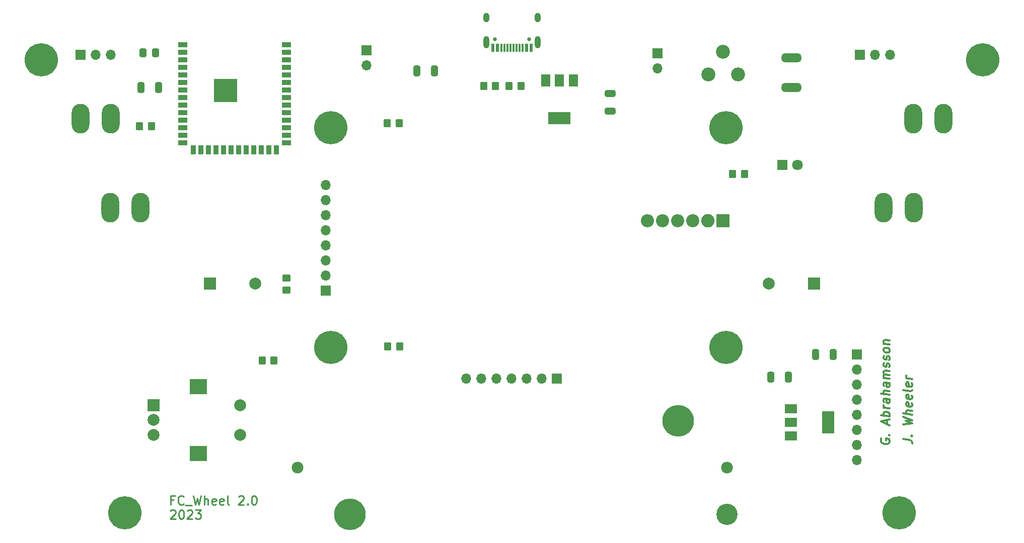
<source format=gbr>
%TF.GenerationSoftware,KiCad,Pcbnew,7.0.7*%
%TF.CreationDate,2023-11-05T16:04:25+01:00*%
%TF.ProjectId,FC_Wheel_PCB-2.0,46435f57-6865-4656-9c5f-5043422d322e,rev?*%
%TF.SameCoordinates,Original*%
%TF.FileFunction,Soldermask,Top*%
%TF.FilePolarity,Negative*%
%FSLAX46Y46*%
G04 Gerber Fmt 4.6, Leading zero omitted, Abs format (unit mm)*
G04 Created by KiCad (PCBNEW 7.0.7) date 2023-11-05 16:04:25*
%MOMM*%
%LPD*%
G01*
G04 APERTURE LIST*
G04 Aperture macros list*
%AMRoundRect*
0 Rectangle with rounded corners*
0 $1 Rounding radius*
0 $2 $3 $4 $5 $6 $7 $8 $9 X,Y pos of 4 corners*
0 Add a 4 corners polygon primitive as box body*
4,1,4,$2,$3,$4,$5,$6,$7,$8,$9,$2,$3,0*
0 Add four circle primitives for the rounded corners*
1,1,$1+$1,$2,$3*
1,1,$1+$1,$4,$5*
1,1,$1+$1,$6,$7*
1,1,$1+$1,$8,$9*
0 Add four rect primitives between the rounded corners*
20,1,$1+$1,$2,$3,$4,$5,0*
20,1,$1+$1,$4,$5,$6,$7,0*
20,1,$1+$1,$6,$7,$8,$9,0*
20,1,$1+$1,$8,$9,$2,$3,0*%
G04 Aperture macros list end*
%ADD10C,0.300000*%
%ADD11C,0.250000*%
%ADD12R,1.500000X0.900000*%
%ADD13R,0.900000X1.500000*%
%ADD14C,0.600000*%
%ADD15R,3.900000X3.900000*%
%ADD16R,2.200000X2.200000*%
%ADD17C,2.250000*%
%ADD18C,2.200000*%
%ADD19O,2.200000X2.200000*%
%ADD20C,2.340000*%
%ADD21R,2.000000X2.000000*%
%ADD22C,2.000000*%
%ADD23RoundRect,0.250000X-0.325000X-0.650000X0.325000X-0.650000X0.325000X0.650000X-0.325000X0.650000X0*%
%ADD24R,1.700000X1.700000*%
%ADD25O,1.700000X1.700000*%
%ADD26C,5.600000*%
%ADD27RoundRect,0.250000X-0.350000X-0.450000X0.350000X-0.450000X0.350000X0.450000X-0.350000X0.450000X0*%
%ADD28O,3.000000X5.000000*%
%ADD29C,0.650000*%
%ADD30R,0.600000X1.450000*%
%ADD31R,0.300000X1.450000*%
%ADD32O,1.000000X2.100000*%
%ADD33O,1.000000X1.600000*%
%ADD34RoundRect,0.250000X-0.650000X0.325000X-0.650000X-0.325000X0.650000X-0.325000X0.650000X0.325000X0*%
%ADD35C,1.980000*%
%ADD36C,5.325000*%
%ADD37C,3.585000*%
%ADD38R,1.500000X2.000000*%
%ADD39R,3.800000X2.000000*%
%ADD40RoundRect,0.250000X-0.337500X-0.475000X0.337500X-0.475000X0.337500X0.475000X-0.337500X0.475000X0*%
%ADD41O,3.500000X1.500000*%
%ADD42R,3.000000X2.500000*%
%ADD43R,1.800000X1.800000*%
%ADD44C,1.800000*%
%ADD45R,2.000000X1.500000*%
%ADD46R,2.000000X3.800000*%
%ADD47RoundRect,0.250000X0.350000X0.450000X-0.350000X0.450000X-0.350000X-0.450000X0.350000X-0.450000X0*%
%ADD48RoundRect,0.250000X-0.450000X0.350000X-0.450000X-0.350000X0.450000X-0.350000X0.450000X0.350000X0*%
%ADD49RoundRect,0.250000X0.325000X0.650000X-0.325000X0.650000X-0.325000X-0.650000X0.325000X-0.650000X0*%
G04 APERTURE END LIST*
D10*
X281678328Y-178588346D02*
X282749757Y-178722274D01*
X282749757Y-178722274D02*
X282964042Y-178820489D01*
X282964042Y-178820489D02*
X283106900Y-178981203D01*
X283106900Y-178981203D02*
X283178328Y-179204417D01*
X283178328Y-179204417D02*
X283178328Y-179347274D01*
X283035471Y-178043703D02*
X283106900Y-177981203D01*
X283106900Y-177981203D02*
X283178328Y-178061560D01*
X283178328Y-178061560D02*
X283106900Y-178124060D01*
X283106900Y-178124060D02*
X283035471Y-178043703D01*
X283035471Y-178043703D02*
X283178328Y-178061560D01*
X281678328Y-176159774D02*
X283178328Y-175990132D01*
X283178328Y-175990132D02*
X282106900Y-175570489D01*
X282106900Y-175570489D02*
X283178328Y-175418703D01*
X283178328Y-175418703D02*
X281678328Y-174874060D01*
X283178328Y-174490131D02*
X281678328Y-174302631D01*
X283178328Y-173847274D02*
X282392614Y-173749060D01*
X282392614Y-173749060D02*
X282249757Y-173802631D01*
X282249757Y-173802631D02*
X282178328Y-173936560D01*
X282178328Y-173936560D02*
X282178328Y-174150846D01*
X282178328Y-174150846D02*
X282249757Y-174302631D01*
X282249757Y-174302631D02*
X282321185Y-174382988D01*
X283106900Y-172552631D02*
X283178328Y-172704417D01*
X283178328Y-172704417D02*
X283178328Y-172990131D01*
X283178328Y-172990131D02*
X283106900Y-173124060D01*
X283106900Y-173124060D02*
X282964042Y-173177631D01*
X282964042Y-173177631D02*
X282392614Y-173106203D01*
X282392614Y-173106203D02*
X282249757Y-173016917D01*
X282249757Y-173016917D02*
X282178328Y-172865131D01*
X282178328Y-172865131D02*
X282178328Y-172579417D01*
X282178328Y-172579417D02*
X282249757Y-172445488D01*
X282249757Y-172445488D02*
X282392614Y-172391917D01*
X282392614Y-172391917D02*
X282535471Y-172409774D01*
X282535471Y-172409774D02*
X282678328Y-173141917D01*
X283106900Y-171266917D02*
X283178328Y-171418703D01*
X283178328Y-171418703D02*
X283178328Y-171704417D01*
X283178328Y-171704417D02*
X283106900Y-171838346D01*
X283106900Y-171838346D02*
X282964042Y-171891917D01*
X282964042Y-171891917D02*
X282392614Y-171820489D01*
X282392614Y-171820489D02*
X282249757Y-171731203D01*
X282249757Y-171731203D02*
X282178328Y-171579417D01*
X282178328Y-171579417D02*
X282178328Y-171293703D01*
X282178328Y-171293703D02*
X282249757Y-171159774D01*
X282249757Y-171159774D02*
X282392614Y-171106203D01*
X282392614Y-171106203D02*
X282535471Y-171124060D01*
X282535471Y-171124060D02*
X282678328Y-171856203D01*
X283178328Y-170347275D02*
X283106900Y-170481203D01*
X283106900Y-170481203D02*
X282964042Y-170534775D01*
X282964042Y-170534775D02*
X281678328Y-170374060D01*
X283106900Y-169195489D02*
X283178328Y-169347275D01*
X283178328Y-169347275D02*
X283178328Y-169632989D01*
X283178328Y-169632989D02*
X283106900Y-169766918D01*
X283106900Y-169766918D02*
X282964042Y-169820489D01*
X282964042Y-169820489D02*
X282392614Y-169749061D01*
X282392614Y-169749061D02*
X282249757Y-169659775D01*
X282249757Y-169659775D02*
X282178328Y-169507989D01*
X282178328Y-169507989D02*
X282178328Y-169222275D01*
X282178328Y-169222275D02*
X282249757Y-169088346D01*
X282249757Y-169088346D02*
X282392614Y-169034775D01*
X282392614Y-169034775D02*
X282535471Y-169052632D01*
X282535471Y-169052632D02*
X282678328Y-169784775D01*
X283178328Y-168490132D02*
X282178328Y-168365132D01*
X282464042Y-168400847D02*
X282321185Y-168311561D01*
X282321185Y-168311561D02*
X282249757Y-168231204D01*
X282249757Y-168231204D02*
X282178328Y-168079418D01*
X282178328Y-168079418D02*
X282178328Y-167936561D01*
X277999757Y-178490132D02*
X277928328Y-178624060D01*
X277928328Y-178624060D02*
X277928328Y-178838346D01*
X277928328Y-178838346D02*
X277999757Y-179061560D01*
X277999757Y-179061560D02*
X278142614Y-179222274D01*
X278142614Y-179222274D02*
X278285471Y-179311560D01*
X278285471Y-179311560D02*
X278571185Y-179418703D01*
X278571185Y-179418703D02*
X278785471Y-179445489D01*
X278785471Y-179445489D02*
X279071185Y-179409774D01*
X279071185Y-179409774D02*
X279214042Y-179356203D01*
X279214042Y-179356203D02*
X279356900Y-179231203D01*
X279356900Y-179231203D02*
X279428328Y-179025846D01*
X279428328Y-179025846D02*
X279428328Y-178882989D01*
X279428328Y-178882989D02*
X279356900Y-178659774D01*
X279356900Y-178659774D02*
X279285471Y-178579417D01*
X279285471Y-178579417D02*
X278785471Y-178516917D01*
X278785471Y-178516917D02*
X278785471Y-178802632D01*
X279285471Y-177936560D02*
X279356900Y-177874060D01*
X279356900Y-177874060D02*
X279428328Y-177954417D01*
X279428328Y-177954417D02*
X279356900Y-178016917D01*
X279356900Y-178016917D02*
X279285471Y-177936560D01*
X279285471Y-177936560D02*
X279428328Y-177954417D01*
X278999757Y-176115131D02*
X278999757Y-175400846D01*
X279428328Y-176311560D02*
X277928328Y-175624060D01*
X277928328Y-175624060D02*
X279428328Y-175311560D01*
X279428328Y-174811560D02*
X277928328Y-174624060D01*
X278499757Y-174695489D02*
X278428328Y-174543703D01*
X278428328Y-174543703D02*
X278428328Y-174257989D01*
X278428328Y-174257989D02*
X278499757Y-174124060D01*
X278499757Y-174124060D02*
X278571185Y-174061560D01*
X278571185Y-174061560D02*
X278714042Y-174007989D01*
X278714042Y-174007989D02*
X279142614Y-174061560D01*
X279142614Y-174061560D02*
X279285471Y-174150846D01*
X279285471Y-174150846D02*
X279356900Y-174231203D01*
X279356900Y-174231203D02*
X279428328Y-174382989D01*
X279428328Y-174382989D02*
X279428328Y-174668703D01*
X279428328Y-174668703D02*
X279356900Y-174802632D01*
X279428328Y-173454417D02*
X278428328Y-173329417D01*
X278714042Y-173365132D02*
X278571185Y-173275846D01*
X278571185Y-173275846D02*
X278499757Y-173195489D01*
X278499757Y-173195489D02*
X278428328Y-173043703D01*
X278428328Y-173043703D02*
X278428328Y-172900846D01*
X279428328Y-171882989D02*
X278642614Y-171784775D01*
X278642614Y-171784775D02*
X278499757Y-171838346D01*
X278499757Y-171838346D02*
X278428328Y-171972275D01*
X278428328Y-171972275D02*
X278428328Y-172257989D01*
X278428328Y-172257989D02*
X278499757Y-172409775D01*
X279356900Y-171874061D02*
X279428328Y-172025846D01*
X279428328Y-172025846D02*
X279428328Y-172382989D01*
X279428328Y-172382989D02*
X279356900Y-172516918D01*
X279356900Y-172516918D02*
X279214042Y-172570489D01*
X279214042Y-172570489D02*
X279071185Y-172552632D01*
X279071185Y-172552632D02*
X278928328Y-172463346D01*
X278928328Y-172463346D02*
X278856900Y-172311561D01*
X278856900Y-172311561D02*
X278856900Y-171954418D01*
X278856900Y-171954418D02*
X278785471Y-171802632D01*
X279428328Y-171168703D02*
X277928328Y-170981203D01*
X279428328Y-170525846D02*
X278642614Y-170427632D01*
X278642614Y-170427632D02*
X278499757Y-170481203D01*
X278499757Y-170481203D02*
X278428328Y-170615132D01*
X278428328Y-170615132D02*
X278428328Y-170829418D01*
X278428328Y-170829418D02*
X278499757Y-170981203D01*
X278499757Y-170981203D02*
X278571185Y-171061560D01*
X279428328Y-169168703D02*
X278642614Y-169070489D01*
X278642614Y-169070489D02*
X278499757Y-169124060D01*
X278499757Y-169124060D02*
X278428328Y-169257989D01*
X278428328Y-169257989D02*
X278428328Y-169543703D01*
X278428328Y-169543703D02*
X278499757Y-169695489D01*
X279356900Y-169159775D02*
X279428328Y-169311560D01*
X279428328Y-169311560D02*
X279428328Y-169668703D01*
X279428328Y-169668703D02*
X279356900Y-169802632D01*
X279356900Y-169802632D02*
X279214042Y-169856203D01*
X279214042Y-169856203D02*
X279071185Y-169838346D01*
X279071185Y-169838346D02*
X278928328Y-169749060D01*
X278928328Y-169749060D02*
X278856900Y-169597275D01*
X278856900Y-169597275D02*
X278856900Y-169240132D01*
X278856900Y-169240132D02*
X278785471Y-169088346D01*
X279428328Y-168454417D02*
X278428328Y-168329417D01*
X278571185Y-168347274D02*
X278499757Y-168266917D01*
X278499757Y-168266917D02*
X278428328Y-168115132D01*
X278428328Y-168115132D02*
X278428328Y-167900846D01*
X278428328Y-167900846D02*
X278499757Y-167766917D01*
X278499757Y-167766917D02*
X278642614Y-167713346D01*
X278642614Y-167713346D02*
X279428328Y-167811560D01*
X278642614Y-167713346D02*
X278499757Y-167624060D01*
X278499757Y-167624060D02*
X278428328Y-167472274D01*
X278428328Y-167472274D02*
X278428328Y-167257989D01*
X278428328Y-167257989D02*
X278499757Y-167124060D01*
X278499757Y-167124060D02*
X278642614Y-167070489D01*
X278642614Y-167070489D02*
X279428328Y-167168703D01*
X279356900Y-166516917D02*
X279428328Y-166382989D01*
X279428328Y-166382989D02*
X279428328Y-166097274D01*
X279428328Y-166097274D02*
X279356900Y-165945489D01*
X279356900Y-165945489D02*
X279214042Y-165856203D01*
X279214042Y-165856203D02*
X279142614Y-165847274D01*
X279142614Y-165847274D02*
X278999757Y-165900846D01*
X278999757Y-165900846D02*
X278928328Y-166034774D01*
X278928328Y-166034774D02*
X278928328Y-166249060D01*
X278928328Y-166249060D02*
X278856900Y-166382989D01*
X278856900Y-166382989D02*
X278714042Y-166436560D01*
X278714042Y-166436560D02*
X278642614Y-166427632D01*
X278642614Y-166427632D02*
X278499757Y-166338346D01*
X278499757Y-166338346D02*
X278428328Y-166186560D01*
X278428328Y-166186560D02*
X278428328Y-165972274D01*
X278428328Y-165972274D02*
X278499757Y-165838346D01*
X279356900Y-165302631D02*
X279428328Y-165168703D01*
X279428328Y-165168703D02*
X279428328Y-164882988D01*
X279428328Y-164882988D02*
X279356900Y-164731203D01*
X279356900Y-164731203D02*
X279214042Y-164641917D01*
X279214042Y-164641917D02*
X279142614Y-164632988D01*
X279142614Y-164632988D02*
X278999757Y-164686560D01*
X278999757Y-164686560D02*
X278928328Y-164820488D01*
X278928328Y-164820488D02*
X278928328Y-165034774D01*
X278928328Y-165034774D02*
X278856900Y-165168703D01*
X278856900Y-165168703D02*
X278714042Y-165222274D01*
X278714042Y-165222274D02*
X278642614Y-165213346D01*
X278642614Y-165213346D02*
X278499757Y-165124060D01*
X278499757Y-165124060D02*
X278428328Y-164972274D01*
X278428328Y-164972274D02*
X278428328Y-164757988D01*
X278428328Y-164757988D02*
X278499757Y-164624060D01*
X279428328Y-163811560D02*
X279356900Y-163945488D01*
X279356900Y-163945488D02*
X279285471Y-164007988D01*
X279285471Y-164007988D02*
X279142614Y-164061560D01*
X279142614Y-164061560D02*
X278714042Y-164007988D01*
X278714042Y-164007988D02*
X278571185Y-163918702D01*
X278571185Y-163918702D02*
X278499757Y-163838345D01*
X278499757Y-163838345D02*
X278428328Y-163686560D01*
X278428328Y-163686560D02*
X278428328Y-163472274D01*
X278428328Y-163472274D02*
X278499757Y-163338345D01*
X278499757Y-163338345D02*
X278571185Y-163275845D01*
X278571185Y-163275845D02*
X278714042Y-163222274D01*
X278714042Y-163222274D02*
X279142614Y-163275845D01*
X279142614Y-163275845D02*
X279285471Y-163365131D01*
X279285471Y-163365131D02*
X279356900Y-163445488D01*
X279356900Y-163445488D02*
X279428328Y-163597274D01*
X279428328Y-163597274D02*
X279428328Y-163811560D01*
X278428328Y-162543702D02*
X279428328Y-162668702D01*
X278571185Y-162561559D02*
X278499757Y-162481202D01*
X278499757Y-162481202D02*
X278428328Y-162329417D01*
X278428328Y-162329417D02*
X278428328Y-162115131D01*
X278428328Y-162115131D02*
X278499757Y-161981202D01*
X278499757Y-161981202D02*
X278642614Y-161927631D01*
X278642614Y-161927631D02*
X279428328Y-162025845D01*
D11*
X159021615Y-188852714D02*
X158521615Y-188852714D01*
X158521615Y-189638428D02*
X158521615Y-188138428D01*
X158521615Y-188138428D02*
X159235901Y-188138428D01*
X160664472Y-189495571D02*
X160593044Y-189567000D01*
X160593044Y-189567000D02*
X160378758Y-189638428D01*
X160378758Y-189638428D02*
X160235901Y-189638428D01*
X160235901Y-189638428D02*
X160021615Y-189567000D01*
X160021615Y-189567000D02*
X159878758Y-189424142D01*
X159878758Y-189424142D02*
X159807329Y-189281285D01*
X159807329Y-189281285D02*
X159735901Y-188995571D01*
X159735901Y-188995571D02*
X159735901Y-188781285D01*
X159735901Y-188781285D02*
X159807329Y-188495571D01*
X159807329Y-188495571D02*
X159878758Y-188352714D01*
X159878758Y-188352714D02*
X160021615Y-188209857D01*
X160021615Y-188209857D02*
X160235901Y-188138428D01*
X160235901Y-188138428D02*
X160378758Y-188138428D01*
X160378758Y-188138428D02*
X160593044Y-188209857D01*
X160593044Y-188209857D02*
X160664472Y-188281285D01*
X160950187Y-189781285D02*
X162093044Y-189781285D01*
X162307329Y-188138428D02*
X162664472Y-189638428D01*
X162664472Y-189638428D02*
X162950186Y-188567000D01*
X162950186Y-188567000D02*
X163235901Y-189638428D01*
X163235901Y-189638428D02*
X163593044Y-188138428D01*
X164164472Y-189638428D02*
X164164472Y-188138428D01*
X164807330Y-189638428D02*
X164807330Y-188852714D01*
X164807330Y-188852714D02*
X164735901Y-188709857D01*
X164735901Y-188709857D02*
X164593044Y-188638428D01*
X164593044Y-188638428D02*
X164378758Y-188638428D01*
X164378758Y-188638428D02*
X164235901Y-188709857D01*
X164235901Y-188709857D02*
X164164472Y-188781285D01*
X166093044Y-189567000D02*
X165950187Y-189638428D01*
X165950187Y-189638428D02*
X165664473Y-189638428D01*
X165664473Y-189638428D02*
X165521615Y-189567000D01*
X165521615Y-189567000D02*
X165450187Y-189424142D01*
X165450187Y-189424142D02*
X165450187Y-188852714D01*
X165450187Y-188852714D02*
X165521615Y-188709857D01*
X165521615Y-188709857D02*
X165664473Y-188638428D01*
X165664473Y-188638428D02*
X165950187Y-188638428D01*
X165950187Y-188638428D02*
X166093044Y-188709857D01*
X166093044Y-188709857D02*
X166164473Y-188852714D01*
X166164473Y-188852714D02*
X166164473Y-188995571D01*
X166164473Y-188995571D02*
X165450187Y-189138428D01*
X167378758Y-189567000D02*
X167235901Y-189638428D01*
X167235901Y-189638428D02*
X166950187Y-189638428D01*
X166950187Y-189638428D02*
X166807329Y-189567000D01*
X166807329Y-189567000D02*
X166735901Y-189424142D01*
X166735901Y-189424142D02*
X166735901Y-188852714D01*
X166735901Y-188852714D02*
X166807329Y-188709857D01*
X166807329Y-188709857D02*
X166950187Y-188638428D01*
X166950187Y-188638428D02*
X167235901Y-188638428D01*
X167235901Y-188638428D02*
X167378758Y-188709857D01*
X167378758Y-188709857D02*
X167450187Y-188852714D01*
X167450187Y-188852714D02*
X167450187Y-188995571D01*
X167450187Y-188995571D02*
X166735901Y-189138428D01*
X168307329Y-189638428D02*
X168164472Y-189567000D01*
X168164472Y-189567000D02*
X168093043Y-189424142D01*
X168093043Y-189424142D02*
X168093043Y-188138428D01*
X169950186Y-188281285D02*
X170021614Y-188209857D01*
X170021614Y-188209857D02*
X170164472Y-188138428D01*
X170164472Y-188138428D02*
X170521614Y-188138428D01*
X170521614Y-188138428D02*
X170664472Y-188209857D01*
X170664472Y-188209857D02*
X170735900Y-188281285D01*
X170735900Y-188281285D02*
X170807329Y-188424142D01*
X170807329Y-188424142D02*
X170807329Y-188567000D01*
X170807329Y-188567000D02*
X170735900Y-188781285D01*
X170735900Y-188781285D02*
X169878757Y-189638428D01*
X169878757Y-189638428D02*
X170807329Y-189638428D01*
X171450185Y-189495571D02*
X171521614Y-189567000D01*
X171521614Y-189567000D02*
X171450185Y-189638428D01*
X171450185Y-189638428D02*
X171378757Y-189567000D01*
X171378757Y-189567000D02*
X171450185Y-189495571D01*
X171450185Y-189495571D02*
X171450185Y-189638428D01*
X172450186Y-188138428D02*
X172593043Y-188138428D01*
X172593043Y-188138428D02*
X172735900Y-188209857D01*
X172735900Y-188209857D02*
X172807329Y-188281285D01*
X172807329Y-188281285D02*
X172878757Y-188424142D01*
X172878757Y-188424142D02*
X172950186Y-188709857D01*
X172950186Y-188709857D02*
X172950186Y-189067000D01*
X172950186Y-189067000D02*
X172878757Y-189352714D01*
X172878757Y-189352714D02*
X172807329Y-189495571D01*
X172807329Y-189495571D02*
X172735900Y-189567000D01*
X172735900Y-189567000D02*
X172593043Y-189638428D01*
X172593043Y-189638428D02*
X172450186Y-189638428D01*
X172450186Y-189638428D02*
X172307329Y-189567000D01*
X172307329Y-189567000D02*
X172235900Y-189495571D01*
X172235900Y-189495571D02*
X172164471Y-189352714D01*
X172164471Y-189352714D02*
X172093043Y-189067000D01*
X172093043Y-189067000D02*
X172093043Y-188709857D01*
X172093043Y-188709857D02*
X172164471Y-188424142D01*
X172164471Y-188424142D02*
X172235900Y-188281285D01*
X172235900Y-188281285D02*
X172307329Y-188209857D01*
X172307329Y-188209857D02*
X172450186Y-188138428D01*
X158450187Y-190696285D02*
X158521615Y-190624857D01*
X158521615Y-190624857D02*
X158664473Y-190553428D01*
X158664473Y-190553428D02*
X159021615Y-190553428D01*
X159021615Y-190553428D02*
X159164473Y-190624857D01*
X159164473Y-190624857D02*
X159235901Y-190696285D01*
X159235901Y-190696285D02*
X159307330Y-190839142D01*
X159307330Y-190839142D02*
X159307330Y-190982000D01*
X159307330Y-190982000D02*
X159235901Y-191196285D01*
X159235901Y-191196285D02*
X158378758Y-192053428D01*
X158378758Y-192053428D02*
X159307330Y-192053428D01*
X160235901Y-190553428D02*
X160378758Y-190553428D01*
X160378758Y-190553428D02*
X160521615Y-190624857D01*
X160521615Y-190624857D02*
X160593044Y-190696285D01*
X160593044Y-190696285D02*
X160664472Y-190839142D01*
X160664472Y-190839142D02*
X160735901Y-191124857D01*
X160735901Y-191124857D02*
X160735901Y-191482000D01*
X160735901Y-191482000D02*
X160664472Y-191767714D01*
X160664472Y-191767714D02*
X160593044Y-191910571D01*
X160593044Y-191910571D02*
X160521615Y-191982000D01*
X160521615Y-191982000D02*
X160378758Y-192053428D01*
X160378758Y-192053428D02*
X160235901Y-192053428D01*
X160235901Y-192053428D02*
X160093044Y-191982000D01*
X160093044Y-191982000D02*
X160021615Y-191910571D01*
X160021615Y-191910571D02*
X159950186Y-191767714D01*
X159950186Y-191767714D02*
X159878758Y-191482000D01*
X159878758Y-191482000D02*
X159878758Y-191124857D01*
X159878758Y-191124857D02*
X159950186Y-190839142D01*
X159950186Y-190839142D02*
X160021615Y-190696285D01*
X160021615Y-190696285D02*
X160093044Y-190624857D01*
X160093044Y-190624857D02*
X160235901Y-190553428D01*
X161307329Y-190696285D02*
X161378757Y-190624857D01*
X161378757Y-190624857D02*
X161521615Y-190553428D01*
X161521615Y-190553428D02*
X161878757Y-190553428D01*
X161878757Y-190553428D02*
X162021615Y-190624857D01*
X162021615Y-190624857D02*
X162093043Y-190696285D01*
X162093043Y-190696285D02*
X162164472Y-190839142D01*
X162164472Y-190839142D02*
X162164472Y-190982000D01*
X162164472Y-190982000D02*
X162093043Y-191196285D01*
X162093043Y-191196285D02*
X161235900Y-192053428D01*
X161235900Y-192053428D02*
X162164472Y-192053428D01*
X162664471Y-190553428D02*
X163593043Y-190553428D01*
X163593043Y-190553428D02*
X163093043Y-191124857D01*
X163093043Y-191124857D02*
X163307328Y-191124857D01*
X163307328Y-191124857D02*
X163450186Y-191196285D01*
X163450186Y-191196285D02*
X163521614Y-191267714D01*
X163521614Y-191267714D02*
X163593043Y-191410571D01*
X163593043Y-191410571D02*
X163593043Y-191767714D01*
X163593043Y-191767714D02*
X163521614Y-191910571D01*
X163521614Y-191910571D02*
X163450186Y-191982000D01*
X163450186Y-191982000D02*
X163307328Y-192053428D01*
X163307328Y-192053428D02*
X162878757Y-192053428D01*
X162878757Y-192053428D02*
X162735900Y-191982000D01*
X162735900Y-191982000D02*
X162664471Y-191910571D01*
D12*
%TO.C,U2*%
X160514000Y-112168000D03*
X160514000Y-113438000D03*
X160514000Y-114708000D03*
X160514000Y-115978000D03*
X160514000Y-117248000D03*
X160514000Y-118518000D03*
X160514000Y-119788000D03*
X160514000Y-121058000D03*
X160514000Y-122328000D03*
X160514000Y-123598000D03*
X160514000Y-124868000D03*
X160514000Y-126138000D03*
X160514000Y-127408000D03*
X160514000Y-128678000D03*
D13*
X162279000Y-129928000D03*
X163549000Y-129928000D03*
X164819000Y-129928000D03*
X166089000Y-129928000D03*
X167359000Y-129928000D03*
X168629000Y-129928000D03*
X169899000Y-129928000D03*
X171169000Y-129928000D03*
X172439000Y-129928000D03*
X173709000Y-129928000D03*
X174979000Y-129928000D03*
X176249000Y-129928000D03*
D12*
X178014000Y-128678000D03*
X178014000Y-127408000D03*
X178014000Y-126138000D03*
X178014000Y-124868000D03*
X178014000Y-123598000D03*
X178014000Y-122328000D03*
X178014000Y-121058000D03*
X178014000Y-119788000D03*
X178014000Y-118518000D03*
X178014000Y-117248000D03*
X178014000Y-115978000D03*
X178014000Y-114708000D03*
X178014000Y-113438000D03*
X178014000Y-112168000D03*
D14*
X166364000Y-119188000D03*
X166364000Y-120588000D03*
X167064000Y-118488000D03*
X167064000Y-119888000D03*
X167064000Y-121288000D03*
X167764000Y-119188000D03*
D15*
X167764000Y-119888000D03*
D14*
X167764000Y-120588000D03*
X168464000Y-118488000D03*
X168464000Y-119888000D03*
X168464000Y-121288000D03*
X169164000Y-119188000D03*
X169164000Y-120588000D03*
%TD*%
D16*
%TO.C,J7*%
X251404306Y-141836172D03*
D17*
X248864306Y-141836172D03*
D18*
X246324306Y-141836172D03*
D19*
X243784306Y-141836172D03*
X241244306Y-141836172D03*
X238704306Y-141836172D03*
%TD*%
D20*
%TO.C,Volume1*%
X248900000Y-117200000D03*
X251400000Y-113400000D03*
X253900000Y-117200000D03*
%TD*%
D21*
%TO.C,BZ1*%
X165100000Y-152400000D03*
D22*
X172700000Y-152400000D03*
%TD*%
D23*
%TO.C,C7*%
X259450000Y-168150000D03*
X262400000Y-168150000D03*
%TD*%
%TO.C,C2*%
X153514000Y-119380000D03*
X156464000Y-119380000D03*
%TD*%
D24*
%TO.C,PADDLE2*%
X191400000Y-113125000D03*
D25*
X191400000Y-115665000D03*
%TD*%
D26*
%TO.C,REF\u002A\u002A*%
X295100000Y-114730000D03*
%TD*%
D27*
%TO.C,R12*%
X211150000Y-119150000D03*
X213150000Y-119150000D03*
%TD*%
D28*
%TO.C,BTN1*%
X148465581Y-124663941D03*
X143385581Y-124663941D03*
%TD*%
%TO.C,BTN3*%
X283371152Y-124663081D03*
X288451152Y-124663081D03*
%TD*%
D21*
%TO.C,BZ2*%
X266700000Y-152400000D03*
D22*
X259100000Y-152400000D03*
%TD*%
D29*
%TO.C,J1*%
X218790000Y-111250000D03*
X213010000Y-111250000D03*
D30*
X219150000Y-112695000D03*
X218350000Y-112695000D03*
D31*
X217150000Y-112695000D03*
X216150000Y-112695000D03*
X215650000Y-112695000D03*
X214650000Y-112695000D03*
D30*
X213450000Y-112695000D03*
X212650000Y-112695000D03*
X212650000Y-112695000D03*
X213450000Y-112695000D03*
D31*
X214150000Y-112695000D03*
X215150000Y-112695000D03*
X216650000Y-112695000D03*
X217650000Y-112695000D03*
D30*
X218350000Y-112695000D03*
X219150000Y-112695000D03*
D32*
X220220000Y-111780000D03*
D33*
X220220000Y-107600000D03*
D32*
X211580000Y-111780000D03*
D33*
X211580000Y-107600000D03*
%TD*%
D26*
%TO.C,REF\u002A\u002A*%
X251900000Y-126150000D03*
%TD*%
D28*
%TO.C,BTN4*%
X278369449Y-139664752D03*
X283449449Y-139664752D03*
%TD*%
D24*
%TO.C,J2*%
X184600000Y-153580000D03*
D25*
X184600000Y-151040000D03*
X184600000Y-148500000D03*
X184600000Y-145960000D03*
X184600000Y-143420000D03*
X184600000Y-140880000D03*
X184600000Y-138340000D03*
X184600000Y-135800000D03*
%TD*%
D34*
%TO.C,C9*%
X232400000Y-120400000D03*
X232400000Y-123350000D03*
%TD*%
D35*
%TO.C,BT1*%
X252020000Y-183400000D03*
X179800000Y-183400000D03*
D36*
X188620000Y-191270000D03*
D37*
X252020000Y-191270000D03*
D36*
X243820000Y-175530000D03*
%TD*%
D27*
%TO.C,R1*%
X173900000Y-165400000D03*
X175900000Y-165400000D03*
%TD*%
%TO.C,R_bat1*%
X195000000Y-163000000D03*
X197000000Y-163000000D03*
%TD*%
D38*
%TO.C,U6*%
X226200000Y-118250000D03*
X223900000Y-118250000D03*
D39*
X223900000Y-124550000D03*
D38*
X221600000Y-118250000D03*
%TD*%
D27*
%TO.C,R9*%
X253000000Y-134000000D03*
X255000000Y-134000000D03*
%TD*%
D23*
%TO.C,C6*%
X266950000Y-164400000D03*
X269900000Y-164400000D03*
%TD*%
D28*
%TO.C,BTN2*%
X148370544Y-139661928D03*
X153450544Y-139661928D03*
%TD*%
D40*
%TO.C,C8*%
X153881000Y-113538000D03*
X155956000Y-113538000D03*
%TD*%
D26*
%TO.C,REF\u002A\u002A*%
X185400000Y-163150000D03*
%TD*%
D41*
%TO.C,SW3*%
X262900000Y-114400000D03*
X262900000Y-119400000D03*
%TD*%
D24*
%TO.C,PADDLE1*%
X240400000Y-113625000D03*
D25*
X240400000Y-116165000D03*
%TD*%
D26*
%TO.C,REF\u002A\u002A*%
X136700000Y-114730000D03*
%TD*%
D21*
%TO.C,SW10*%
X155650000Y-172900000D03*
D22*
X155650000Y-177900000D03*
X155650000Y-175400000D03*
D42*
X163150000Y-169800000D03*
X163150000Y-181000000D03*
D22*
X170150000Y-172900000D03*
X170150000Y-177900000D03*
%TD*%
D27*
%TO.C,R10*%
X153250000Y-125900000D03*
X155250000Y-125900000D03*
%TD*%
D26*
%TO.C,REF\u002A\u002A*%
X281035000Y-191022700D03*
%TD*%
D27*
%TO.C,R_bat2*%
X194900000Y-125400000D03*
X196900000Y-125400000D03*
%TD*%
D43*
%TO.C,D1*%
X261360000Y-132400000D03*
D44*
X263900000Y-132400000D03*
%TD*%
D45*
%TO.C,U7*%
X262788000Y-173468000D03*
X262788000Y-175768000D03*
D46*
X269088000Y-175768000D03*
D45*
X262788000Y-178068000D03*
%TD*%
D26*
%TO.C,REF\u002A\u002A*%
X251900000Y-163150000D03*
%TD*%
D47*
%TO.C,R11*%
X217400000Y-119150000D03*
X215400000Y-119150000D03*
%TD*%
D26*
%TO.C,REF\u002A\u002A*%
X150765000Y-191022700D03*
%TD*%
D48*
%TO.C,R2*%
X178000000Y-151500000D03*
X178000000Y-153500000D03*
%TD*%
D26*
%TO.C,REF\u002A\u002A*%
X185400000Y-126150000D03*
%TD*%
D24*
%TO.C,J5*%
X274400000Y-113875000D03*
D25*
X276940000Y-113875000D03*
X279480000Y-113875000D03*
%TD*%
D49*
%TO.C,C5*%
X202875000Y-116650000D03*
X199925000Y-116650000D03*
%TD*%
D24*
%TO.C,J4*%
X143375000Y-113900000D03*
D25*
X145915000Y-113900000D03*
X148455000Y-113900000D03*
%TD*%
D24*
%TO.C,J3*%
X273900000Y-164320000D03*
D25*
X273900000Y-166860000D03*
X273900000Y-169400000D03*
X273900000Y-171940000D03*
X273900000Y-174480000D03*
X273900000Y-177020000D03*
X273900000Y-179560000D03*
X273900000Y-182100000D03*
%TD*%
D24*
%TO.C,J6*%
X223440000Y-168400000D03*
D25*
X220900000Y-168400000D03*
X218360000Y-168400000D03*
X215820000Y-168400000D03*
X213280000Y-168400000D03*
X210740000Y-168400000D03*
X208200000Y-168400000D03*
%TD*%
M02*

</source>
